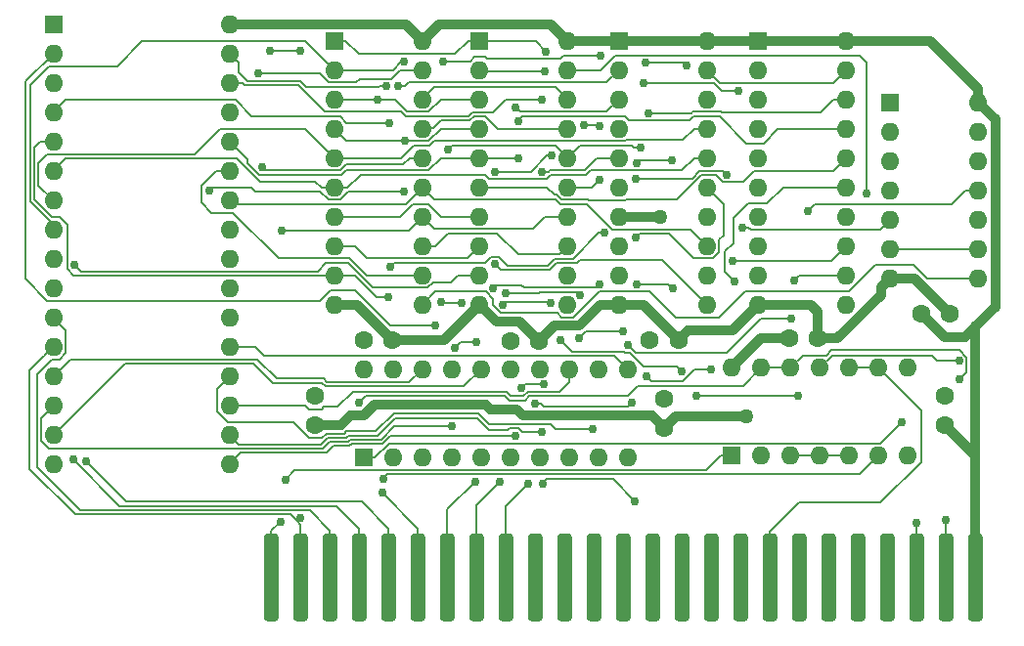
<source format=gbr>
G04 #@! TF.GenerationSoftware,KiCad,Pcbnew,(6.0.2-0)*
G04 #@! TF.CreationDate,2022-03-19T10:19:41-04:00*
G04 #@! TF.ProjectId,ProDOS ROM-Drive,50726f44-4f53-4205-924f-4d2d44726976,4.0*
G04 #@! TF.SameCoordinates,Original*
G04 #@! TF.FileFunction,Copper,L1,Top*
G04 #@! TF.FilePolarity,Positive*
%FSLAX46Y46*%
G04 Gerber Fmt 4.6, Leading zero omitted, Abs format (unit mm)*
G04 Created by KiCad (PCBNEW (6.0.2-0)) date 2022-03-19 10:19:41*
%MOMM*%
%LPD*%
G01*
G04 APERTURE LIST*
G04 #@! TA.AperFunction,ComponentPad*
%ADD10R,1.600000X1.600000*%
G04 #@! TD*
G04 #@! TA.AperFunction,ComponentPad*
%ADD11O,1.600000X1.600000*%
G04 #@! TD*
G04 #@! TA.AperFunction,ComponentPad*
%ADD12C,1.600000*%
G04 #@! TD*
G04 #@! TA.AperFunction,ViaPad*
%ADD13C,1.270000*%
G04 #@! TD*
G04 #@! TA.AperFunction,ViaPad*
%ADD14C,0.762000*%
G04 #@! TD*
G04 #@! TA.AperFunction,Conductor*
%ADD15C,0.812800*%
G04 #@! TD*
G04 #@! TA.AperFunction,Conductor*
%ADD16C,0.177800*%
G04 #@! TD*
G04 APERTURE END LIST*
D10*
X109336840Y-31818580D03*
D11*
X109336840Y-34358580D03*
X109336840Y-36898580D03*
X109336840Y-39438580D03*
X109336840Y-41978580D03*
X109336840Y-44518580D03*
X109336840Y-47058580D03*
X116956840Y-47058580D03*
X116956840Y-44518580D03*
X116956840Y-41978580D03*
X116956840Y-39438580D03*
X116956840Y-36898580D03*
X116956840Y-34358580D03*
X116956840Y-31818580D03*
D10*
X95620840Y-62425580D03*
D11*
X98160840Y-62425580D03*
X100700840Y-62425580D03*
X103240840Y-62425580D03*
X105780840Y-62425580D03*
X108320840Y-62425580D03*
X110860840Y-62425580D03*
X110860840Y-54805580D03*
X108320840Y-54805580D03*
X105780840Y-54805580D03*
X103240840Y-54805580D03*
X100700840Y-54805580D03*
X98160840Y-54805580D03*
X95620840Y-54805580D03*
D10*
X61203840Y-26484580D03*
D11*
X61203840Y-29024580D03*
X61203840Y-31564580D03*
X61203840Y-34104580D03*
X61203840Y-36644580D03*
X61203840Y-39184580D03*
X61203840Y-41724580D03*
X61203840Y-44264580D03*
X61203840Y-46804580D03*
X61203840Y-49344580D03*
X68823840Y-49344580D03*
X68823840Y-46804580D03*
X68823840Y-44264580D03*
X68823840Y-41724580D03*
X68823840Y-39184580D03*
X68823840Y-36644580D03*
X68823840Y-34104580D03*
X68823840Y-31564580D03*
X68823840Y-29024580D03*
X68823840Y-26484580D03*
D10*
X85841840Y-26484580D03*
D11*
X85841840Y-29024580D03*
X85841840Y-31564580D03*
X85841840Y-34104580D03*
X85841840Y-36644580D03*
X85841840Y-39184580D03*
X85841840Y-41724580D03*
X85841840Y-44264580D03*
X85841840Y-46804580D03*
X85841840Y-49344580D03*
X93461840Y-49344580D03*
X93461840Y-46804580D03*
X93461840Y-44264580D03*
X93461840Y-41724580D03*
X93461840Y-39184580D03*
X93461840Y-36644580D03*
X93461840Y-34104580D03*
X93461840Y-31564580D03*
X93461840Y-29024580D03*
X93461840Y-26484580D03*
D10*
X73776840Y-26484580D03*
D11*
X73776840Y-29024580D03*
X73776840Y-31564580D03*
X73776840Y-34104580D03*
X73776840Y-36644580D03*
X73776840Y-39184580D03*
X73776840Y-41724580D03*
X73776840Y-44264580D03*
X73776840Y-46804580D03*
X73776840Y-49344580D03*
X81396840Y-49344580D03*
X81396840Y-46804580D03*
X81396840Y-44264580D03*
X81396840Y-41724580D03*
X81396840Y-39184580D03*
X81396840Y-36644580D03*
X81396840Y-34104580D03*
X81396840Y-31564580D03*
X81396840Y-29024580D03*
X81396840Y-26484580D03*
D10*
X97906840Y-26484580D03*
D11*
X97906840Y-29024580D03*
X97906840Y-31564580D03*
X97906840Y-34104580D03*
X97906840Y-36644580D03*
X97906840Y-39184580D03*
X97906840Y-41724580D03*
X97906840Y-44264580D03*
X97906840Y-46804580D03*
X97906840Y-49344580D03*
X105526840Y-49344580D03*
X105526840Y-46804580D03*
X105526840Y-44264580D03*
X105526840Y-41724580D03*
X105526840Y-39184580D03*
X105526840Y-36644580D03*
X105526840Y-34104580D03*
X105526840Y-31564580D03*
X105526840Y-29024580D03*
X105526840Y-26484580D03*
G04 #@! TA.AperFunction,ConnectorPad*
G36*
G01*
X55107840Y-76459080D02*
X55107840Y-69474080D01*
G75*
G02*
X55425340Y-69156580I317500J0D01*
G01*
X56060340Y-69156580D01*
G75*
G02*
X56377840Y-69474080I0J-317500D01*
G01*
X56377840Y-76459080D01*
G75*
G02*
X56060340Y-76776580I-317500J0D01*
G01*
X55425340Y-76776580D01*
G75*
G02*
X55107840Y-76459080I0J317500D01*
G01*
G37*
G04 #@! TD.AperFunction*
G04 #@! TA.AperFunction,ConnectorPad*
G36*
G01*
X57647840Y-76459080D02*
X57647840Y-69474080D01*
G75*
G02*
X57965340Y-69156580I317500J0D01*
G01*
X58600340Y-69156580D01*
G75*
G02*
X58917840Y-69474080I0J-317500D01*
G01*
X58917840Y-76459080D01*
G75*
G02*
X58600340Y-76776580I-317500J0D01*
G01*
X57965340Y-76776580D01*
G75*
G02*
X57647840Y-76459080I0J317500D01*
G01*
G37*
G04 #@! TD.AperFunction*
G04 #@! TA.AperFunction,ConnectorPad*
G36*
G01*
X60187840Y-76459080D02*
X60187840Y-69474080D01*
G75*
G02*
X60505340Y-69156580I317500J0D01*
G01*
X61140340Y-69156580D01*
G75*
G02*
X61457840Y-69474080I0J-317500D01*
G01*
X61457840Y-76459080D01*
G75*
G02*
X61140340Y-76776580I-317500J0D01*
G01*
X60505340Y-76776580D01*
G75*
G02*
X60187840Y-76459080I0J317500D01*
G01*
G37*
G04 #@! TD.AperFunction*
G04 #@! TA.AperFunction,ConnectorPad*
G36*
G01*
X62727840Y-76459080D02*
X62727840Y-69474080D01*
G75*
G02*
X63045340Y-69156580I317500J0D01*
G01*
X63680340Y-69156580D01*
G75*
G02*
X63997840Y-69474080I0J-317500D01*
G01*
X63997840Y-76459080D01*
G75*
G02*
X63680340Y-76776580I-317500J0D01*
G01*
X63045340Y-76776580D01*
G75*
G02*
X62727840Y-76459080I0J317500D01*
G01*
G37*
G04 #@! TD.AperFunction*
G04 #@! TA.AperFunction,ConnectorPad*
G36*
G01*
X65267840Y-76459080D02*
X65267840Y-69474080D01*
G75*
G02*
X65585340Y-69156580I317500J0D01*
G01*
X66220340Y-69156580D01*
G75*
G02*
X66537840Y-69474080I0J-317500D01*
G01*
X66537840Y-76459080D01*
G75*
G02*
X66220340Y-76776580I-317500J0D01*
G01*
X65585340Y-76776580D01*
G75*
G02*
X65267840Y-76459080I0J317500D01*
G01*
G37*
G04 #@! TD.AperFunction*
G04 #@! TA.AperFunction,ConnectorPad*
G36*
G01*
X67807840Y-76459080D02*
X67807840Y-69474080D01*
G75*
G02*
X68125340Y-69156580I317500J0D01*
G01*
X68760340Y-69156580D01*
G75*
G02*
X69077840Y-69474080I0J-317500D01*
G01*
X69077840Y-76459080D01*
G75*
G02*
X68760340Y-76776580I-317500J0D01*
G01*
X68125340Y-76776580D01*
G75*
G02*
X67807840Y-76459080I0J317500D01*
G01*
G37*
G04 #@! TD.AperFunction*
G04 #@! TA.AperFunction,ConnectorPad*
G36*
G01*
X70347840Y-76459080D02*
X70347840Y-69474080D01*
G75*
G02*
X70665340Y-69156580I317500J0D01*
G01*
X71300340Y-69156580D01*
G75*
G02*
X71617840Y-69474080I0J-317500D01*
G01*
X71617840Y-76459080D01*
G75*
G02*
X71300340Y-76776580I-317500J0D01*
G01*
X70665340Y-76776580D01*
G75*
G02*
X70347840Y-76459080I0J317500D01*
G01*
G37*
G04 #@! TD.AperFunction*
G04 #@! TA.AperFunction,ConnectorPad*
G36*
G01*
X72887840Y-76459080D02*
X72887840Y-69474080D01*
G75*
G02*
X73205340Y-69156580I317500J0D01*
G01*
X73840340Y-69156580D01*
G75*
G02*
X74157840Y-69474080I0J-317500D01*
G01*
X74157840Y-76459080D01*
G75*
G02*
X73840340Y-76776580I-317500J0D01*
G01*
X73205340Y-76776580D01*
G75*
G02*
X72887840Y-76459080I0J317500D01*
G01*
G37*
G04 #@! TD.AperFunction*
G04 #@! TA.AperFunction,ConnectorPad*
G36*
G01*
X75427840Y-76459080D02*
X75427840Y-69474080D01*
G75*
G02*
X75745340Y-69156580I317500J0D01*
G01*
X76380340Y-69156580D01*
G75*
G02*
X76697840Y-69474080I0J-317500D01*
G01*
X76697840Y-76459080D01*
G75*
G02*
X76380340Y-76776580I-317500J0D01*
G01*
X75745340Y-76776580D01*
G75*
G02*
X75427840Y-76459080I0J317500D01*
G01*
G37*
G04 #@! TD.AperFunction*
G04 #@! TA.AperFunction,ConnectorPad*
G36*
G01*
X77967840Y-76459080D02*
X77967840Y-69474080D01*
G75*
G02*
X78285340Y-69156580I317500J0D01*
G01*
X78920340Y-69156580D01*
G75*
G02*
X79237840Y-69474080I0J-317500D01*
G01*
X79237840Y-76459080D01*
G75*
G02*
X78920340Y-76776580I-317500J0D01*
G01*
X78285340Y-76776580D01*
G75*
G02*
X77967840Y-76459080I0J317500D01*
G01*
G37*
G04 #@! TD.AperFunction*
G04 #@! TA.AperFunction,ConnectorPad*
G36*
G01*
X80507840Y-76459080D02*
X80507840Y-69474080D01*
G75*
G02*
X80825340Y-69156580I317500J0D01*
G01*
X81460340Y-69156580D01*
G75*
G02*
X81777840Y-69474080I0J-317500D01*
G01*
X81777840Y-76459080D01*
G75*
G02*
X81460340Y-76776580I-317500J0D01*
G01*
X80825340Y-76776580D01*
G75*
G02*
X80507840Y-76459080I0J317500D01*
G01*
G37*
G04 #@! TD.AperFunction*
G04 #@! TA.AperFunction,ConnectorPad*
G36*
G01*
X83047840Y-76459080D02*
X83047840Y-69474080D01*
G75*
G02*
X83365340Y-69156580I317500J0D01*
G01*
X84000340Y-69156580D01*
G75*
G02*
X84317840Y-69474080I0J-317500D01*
G01*
X84317840Y-76459080D01*
G75*
G02*
X84000340Y-76776580I-317500J0D01*
G01*
X83365340Y-76776580D01*
G75*
G02*
X83047840Y-76459080I0J317500D01*
G01*
G37*
G04 #@! TD.AperFunction*
G04 #@! TA.AperFunction,ConnectorPad*
G36*
G01*
X85587840Y-76459080D02*
X85587840Y-69474080D01*
G75*
G02*
X85905340Y-69156580I317500J0D01*
G01*
X86540340Y-69156580D01*
G75*
G02*
X86857840Y-69474080I0J-317500D01*
G01*
X86857840Y-76459080D01*
G75*
G02*
X86540340Y-76776580I-317500J0D01*
G01*
X85905340Y-76776580D01*
G75*
G02*
X85587840Y-76459080I0J317500D01*
G01*
G37*
G04 #@! TD.AperFunction*
G04 #@! TA.AperFunction,ConnectorPad*
G36*
G01*
X88127840Y-76459080D02*
X88127840Y-69474080D01*
G75*
G02*
X88445340Y-69156580I317500J0D01*
G01*
X89080340Y-69156580D01*
G75*
G02*
X89397840Y-69474080I0J-317500D01*
G01*
X89397840Y-76459080D01*
G75*
G02*
X89080340Y-76776580I-317500J0D01*
G01*
X88445340Y-76776580D01*
G75*
G02*
X88127840Y-76459080I0J317500D01*
G01*
G37*
G04 #@! TD.AperFunction*
G04 #@! TA.AperFunction,ConnectorPad*
G36*
G01*
X90667840Y-76459080D02*
X90667840Y-69474080D01*
G75*
G02*
X90985340Y-69156580I317500J0D01*
G01*
X91620340Y-69156580D01*
G75*
G02*
X91937840Y-69474080I0J-317500D01*
G01*
X91937840Y-76459080D01*
G75*
G02*
X91620340Y-76776580I-317500J0D01*
G01*
X90985340Y-76776580D01*
G75*
G02*
X90667840Y-76459080I0J317500D01*
G01*
G37*
G04 #@! TD.AperFunction*
G04 #@! TA.AperFunction,ConnectorPad*
G36*
G01*
X93207840Y-76459080D02*
X93207840Y-69474080D01*
G75*
G02*
X93525340Y-69156580I317500J0D01*
G01*
X94160340Y-69156580D01*
G75*
G02*
X94477840Y-69474080I0J-317500D01*
G01*
X94477840Y-76459080D01*
G75*
G02*
X94160340Y-76776580I-317500J0D01*
G01*
X93525340Y-76776580D01*
G75*
G02*
X93207840Y-76459080I0J317500D01*
G01*
G37*
G04 #@! TD.AperFunction*
G04 #@! TA.AperFunction,ConnectorPad*
G36*
G01*
X95747840Y-76459080D02*
X95747840Y-69474080D01*
G75*
G02*
X96065340Y-69156580I317500J0D01*
G01*
X96700340Y-69156580D01*
G75*
G02*
X97017840Y-69474080I0J-317500D01*
G01*
X97017840Y-76459080D01*
G75*
G02*
X96700340Y-76776580I-317500J0D01*
G01*
X96065340Y-76776580D01*
G75*
G02*
X95747840Y-76459080I0J317500D01*
G01*
G37*
G04 #@! TD.AperFunction*
G04 #@! TA.AperFunction,ConnectorPad*
G36*
G01*
X98287840Y-76459080D02*
X98287840Y-69474080D01*
G75*
G02*
X98605340Y-69156580I317500J0D01*
G01*
X99240340Y-69156580D01*
G75*
G02*
X99557840Y-69474080I0J-317500D01*
G01*
X99557840Y-76459080D01*
G75*
G02*
X99240340Y-76776580I-317500J0D01*
G01*
X98605340Y-76776580D01*
G75*
G02*
X98287840Y-76459080I0J317500D01*
G01*
G37*
G04 #@! TD.AperFunction*
G04 #@! TA.AperFunction,ConnectorPad*
G36*
G01*
X100827840Y-76459080D02*
X100827840Y-69474080D01*
G75*
G02*
X101145340Y-69156580I317500J0D01*
G01*
X101780340Y-69156580D01*
G75*
G02*
X102097840Y-69474080I0J-317500D01*
G01*
X102097840Y-76459080D01*
G75*
G02*
X101780340Y-76776580I-317500J0D01*
G01*
X101145340Y-76776580D01*
G75*
G02*
X100827840Y-76459080I0J317500D01*
G01*
G37*
G04 #@! TD.AperFunction*
G04 #@! TA.AperFunction,ConnectorPad*
G36*
G01*
X103367840Y-76459080D02*
X103367840Y-69474080D01*
G75*
G02*
X103685340Y-69156580I317500J0D01*
G01*
X104320340Y-69156580D01*
G75*
G02*
X104637840Y-69474080I0J-317500D01*
G01*
X104637840Y-76459080D01*
G75*
G02*
X104320340Y-76776580I-317500J0D01*
G01*
X103685340Y-76776580D01*
G75*
G02*
X103367840Y-76459080I0J317500D01*
G01*
G37*
G04 #@! TD.AperFunction*
G04 #@! TA.AperFunction,ConnectorPad*
G36*
G01*
X105907840Y-76459080D02*
X105907840Y-69474080D01*
G75*
G02*
X106225340Y-69156580I317500J0D01*
G01*
X106860340Y-69156580D01*
G75*
G02*
X107177840Y-69474080I0J-317500D01*
G01*
X107177840Y-76459080D01*
G75*
G02*
X106860340Y-76776580I-317500J0D01*
G01*
X106225340Y-76776580D01*
G75*
G02*
X105907840Y-76459080I0J317500D01*
G01*
G37*
G04 #@! TD.AperFunction*
G04 #@! TA.AperFunction,ConnectorPad*
G36*
G01*
X108447840Y-76459080D02*
X108447840Y-69474080D01*
G75*
G02*
X108765340Y-69156580I317500J0D01*
G01*
X109400340Y-69156580D01*
G75*
G02*
X109717840Y-69474080I0J-317500D01*
G01*
X109717840Y-76459080D01*
G75*
G02*
X109400340Y-76776580I-317500J0D01*
G01*
X108765340Y-76776580D01*
G75*
G02*
X108447840Y-76459080I0J317500D01*
G01*
G37*
G04 #@! TD.AperFunction*
G04 #@! TA.AperFunction,ConnectorPad*
G36*
G01*
X110987840Y-76459080D02*
X110987840Y-69474080D01*
G75*
G02*
X111305340Y-69156580I317500J0D01*
G01*
X111940340Y-69156580D01*
G75*
G02*
X112257840Y-69474080I0J-317500D01*
G01*
X112257840Y-76459080D01*
G75*
G02*
X111940340Y-76776580I-317500J0D01*
G01*
X111305340Y-76776580D01*
G75*
G02*
X110987840Y-76459080I0J317500D01*
G01*
G37*
G04 #@! TD.AperFunction*
G04 #@! TA.AperFunction,ConnectorPad*
G36*
G01*
X113527840Y-76459080D02*
X113527840Y-69474080D01*
G75*
G02*
X113845340Y-69156580I317500J0D01*
G01*
X114480340Y-69156580D01*
G75*
G02*
X114797840Y-69474080I0J-317500D01*
G01*
X114797840Y-76459080D01*
G75*
G02*
X114480340Y-76776580I-317500J0D01*
G01*
X113845340Y-76776580D01*
G75*
G02*
X113527840Y-76459080I0J317500D01*
G01*
G37*
G04 #@! TD.AperFunction*
G04 #@! TA.AperFunction,ConnectorPad*
G36*
G01*
X116067840Y-76459080D02*
X116067840Y-69474080D01*
G75*
G02*
X116385340Y-69156580I317500J0D01*
G01*
X117020340Y-69156580D01*
G75*
G02*
X117337840Y-69474080I0J-317500D01*
G01*
X117337840Y-76459080D01*
G75*
G02*
X117020340Y-76776580I-317500J0D01*
G01*
X116385340Y-76776580D01*
G75*
G02*
X116067840Y-76459080I0J317500D01*
G01*
G37*
G04 #@! TD.AperFunction*
D10*
X36873180Y-25057100D03*
D11*
X36873180Y-27597100D03*
X36873180Y-30137100D03*
X36873180Y-32677100D03*
X36873180Y-35217100D03*
X36873180Y-37757100D03*
X36873180Y-40297100D03*
X36873180Y-42837100D03*
X36873180Y-45377100D03*
X36873180Y-47917100D03*
X36873180Y-50457100D03*
X36873180Y-52997100D03*
X36873180Y-55537100D03*
X36873180Y-58077100D03*
X36873180Y-60617100D03*
X36873180Y-63157100D03*
X52113180Y-63157100D03*
X52113180Y-60617100D03*
X52113180Y-58077100D03*
X52113180Y-55537100D03*
X52113180Y-52997100D03*
X52113180Y-50457100D03*
X52113180Y-47917100D03*
X52113180Y-45377100D03*
X52113180Y-42837100D03*
X52113180Y-40297100D03*
X52113180Y-37757100D03*
X52113180Y-35217100D03*
X52113180Y-32677100D03*
X52113180Y-30137100D03*
X52113180Y-27597100D03*
X52113180Y-25057100D03*
D10*
X63743840Y-62552580D03*
D11*
X66283840Y-62552580D03*
X68823840Y-62552580D03*
X71363840Y-62552580D03*
X73903840Y-62552580D03*
X76443840Y-62552580D03*
X78983840Y-62552580D03*
X81523840Y-62552580D03*
X84063840Y-62552580D03*
X86603840Y-62552580D03*
X86603840Y-54932580D03*
X84063840Y-54932580D03*
X81523840Y-54932580D03*
X78983840Y-54932580D03*
X76443840Y-54932580D03*
X73903840Y-54932580D03*
X71363840Y-54932580D03*
X68823840Y-54932580D03*
X66283840Y-54932580D03*
X63743840Y-54932580D03*
D12*
X59552840Y-59758580D03*
X59552840Y-57258580D03*
X114035840Y-59758580D03*
X114035840Y-57258580D03*
X89778840Y-60012580D03*
X89778840Y-57512580D03*
X100573840Y-52265580D03*
X103073840Y-52265580D03*
X88508840Y-52392580D03*
X91008840Y-52392580D03*
X76443840Y-52519580D03*
X78943840Y-52519580D03*
X63743840Y-52392580D03*
X66243840Y-52392580D03*
X112003840Y-50106580D03*
X114503840Y-50106580D03*
D13*
X96850200Y-59055000D03*
X89397841Y-41772841D03*
D14*
X110327440Y-59489340D03*
X83593851Y-60142120D03*
X56642000Y-42926000D03*
X79138780Y-60396120D03*
X76869504Y-60711179D03*
X67276980Y-35171281D03*
X71363840Y-59850020D03*
X64955387Y-31597633D03*
X65407022Y-64449040D03*
X55656480Y-27348180D03*
X107269280Y-39672260D03*
X58260178Y-27348180D03*
X92567760Y-57269380D03*
X75816936Y-49361884D03*
X80761840Y-52392580D03*
X79885459Y-49202259D03*
X91267280Y-55087520D03*
X73510140Y-52595780D03*
X69898260Y-51168300D03*
X101346000Y-57269380D03*
X71594980Y-53106320D03*
X38722300Y-45897800D03*
X88254840Y-55567580D03*
X93842840Y-54932580D03*
X82504271Y-48518981D03*
X95874840Y-47312580D03*
X76062840Y-48328580D03*
X86184740Y-51630580D03*
X82415034Y-52214354D03*
X79456280Y-29164280D03*
X65966834Y-33578800D03*
X88356440Y-32727900D03*
X66014600Y-46075600D03*
X65836800Y-48666400D03*
X84609861Y-43129200D03*
X87325200Y-43489969D03*
X84246720Y-27810460D03*
X67259200Y-28275181D03*
X70601840Y-28275181D03*
X88171020Y-28397200D03*
X91732100Y-28580080D03*
X39666704Y-62908656D03*
X38574980Y-62732920D03*
X58262520Y-67795140D03*
X115354100Y-55803800D03*
X63350140Y-57823100D03*
X82806540Y-33764220D03*
X90451940Y-36819840D03*
X87350600Y-37068760D03*
X79985517Y-36423600D03*
X84155280Y-33850580D03*
X54978300Y-37431980D03*
X75092560Y-37810441D03*
X54592220Y-29319220D03*
X75107800Y-45844460D03*
X84155279Y-47553979D03*
X72229980Y-49171860D03*
X87350600Y-47553979D03*
X74962583Y-47940575D03*
X90525600Y-47955200D03*
X70408800Y-49110900D03*
X77091439Y-33456880D03*
X77091439Y-36621720D03*
X67193160Y-39560500D03*
X50370740Y-39479220D03*
X87299800Y-38404800D03*
X84155279Y-38506400D03*
X95676720Y-45593000D03*
X79202280Y-31579820D03*
X95176241Y-38072070D03*
X100965000Y-47244000D03*
X100787200Y-50571400D03*
X71038720Y-35930840D03*
X65659000Y-30426660D03*
X86616540Y-52862480D03*
X87680800Y-35747960D03*
X56962040Y-64495581D03*
X56535320Y-68160900D03*
X79537560Y-27401520D03*
X96527620Y-42682160D03*
X96144080Y-30815181D03*
X87972900Y-30114240D03*
X87238840Y-66362580D03*
X79224346Y-64825086D03*
X102224840Y-41216580D03*
X65376266Y-65655666D03*
X66753740Y-30429200D03*
X76890880Y-32232600D03*
X73362820Y-64698791D03*
X75519280Y-64698791D03*
X86939120Y-57856120D03*
X78552040Y-57917181D03*
X77995780Y-64833500D03*
X77342220Y-56580232D03*
X79174239Y-37810440D03*
X79364840Y-56243220D03*
X111622840Y-68267580D03*
X114162840Y-68013580D03*
X115277900Y-54211220D03*
D15*
X89349580Y-41724580D02*
X89397841Y-41772841D01*
X116702840Y-62425580D02*
X116702840Y-51249580D01*
X52504241Y-25024179D02*
X52186840Y-25341580D01*
X89778840Y-60012580D02*
X88724841Y-58958581D01*
X79936439Y-25024179D02*
X70284241Y-25024179D01*
X116956840Y-31818580D02*
X116956840Y-30687210D01*
X116702840Y-72966580D02*
X116702840Y-62425580D01*
X85841840Y-26484580D02*
X81396840Y-26484580D01*
X93461840Y-26484580D02*
X85841840Y-26484580D01*
X77561541Y-58958581D02*
X77002640Y-58399680D01*
X64695724Y-58018790D02*
X63755933Y-58958581D01*
X116702840Y-51249580D02*
X118417241Y-49535179D01*
X98160840Y-52265580D02*
X95620840Y-54805580D01*
X116956840Y-30687210D02*
X112754210Y-26484580D01*
X85841840Y-41724580D02*
X89349580Y-41724580D01*
X100573840Y-52265580D02*
X98160840Y-52265580D01*
X74300190Y-58018790D02*
X64695724Y-58018790D01*
X61765180Y-59758580D02*
X59552840Y-59758580D01*
X115813840Y-52138580D02*
X114035840Y-52138580D01*
X67363439Y-25024179D02*
X52504241Y-25024179D01*
X62565179Y-58958581D02*
X61765180Y-59758580D01*
X88724841Y-58958581D02*
X77561541Y-58958581D01*
X70284241Y-25024179D02*
X68823840Y-26484580D01*
X63755933Y-58958581D02*
X62565179Y-58958581D01*
X118417241Y-49535179D02*
X118417241Y-33278981D01*
X74681080Y-58399680D02*
X74300190Y-58018790D01*
X105526840Y-26484580D02*
X97906840Y-26484580D01*
X118417241Y-33278981D02*
X116956840Y-31818580D01*
X116702840Y-62425580D02*
X114035840Y-59758580D01*
X96850200Y-59055000D02*
X90736420Y-59055000D01*
X77002640Y-58399680D02*
X74681080Y-58399680D01*
X90736420Y-59055000D02*
X89778840Y-60012580D01*
X112754210Y-26484580D02*
X105526840Y-26484580D01*
X116702840Y-51249580D02*
X115813840Y-52138580D01*
X68823840Y-26484580D02*
X67363439Y-25024179D01*
X114035840Y-52138580D02*
X112003840Y-50106580D01*
X97906840Y-26484580D02*
X93461840Y-26484580D01*
X81396840Y-26484580D02*
X79936439Y-25024179D01*
X97906840Y-49344580D02*
X102430580Y-49344580D01*
X77231240Y-50806980D02*
X78943840Y-52519580D01*
X66243840Y-52392580D02*
X70728840Y-52392580D01*
X66243840Y-52392580D02*
X63195840Y-49344580D01*
X111455840Y-47058580D02*
X114503840Y-50106580D01*
X91008840Y-52392580D02*
X91808839Y-51592581D01*
X77231240Y-50806980D02*
X75239240Y-50806980D01*
X104767234Y-52265580D02*
X108536841Y-48495973D01*
X103073840Y-52265580D02*
X104767234Y-52265580D01*
X82384890Y-51173390D02*
X84213700Y-49344580D01*
X109336840Y-47058580D02*
X111455840Y-47058580D01*
X63195840Y-49344580D02*
X61203840Y-49344580D01*
X102430580Y-49344580D02*
X103073840Y-49987840D01*
X75239240Y-50806980D02*
X73776840Y-49344580D01*
X95658839Y-51592581D02*
X97906840Y-49344580D01*
X84213700Y-49344580D02*
X85841840Y-49344580D01*
X108536841Y-48495973D02*
X108536841Y-47858579D01*
X103073840Y-49987840D02*
X103073840Y-52265580D01*
X108536841Y-47858579D02*
X109336840Y-47058580D01*
X70728840Y-52392580D02*
X73776840Y-49344580D01*
X91808839Y-51592581D02*
X95658839Y-51592581D01*
X82384890Y-51173390D02*
X80290030Y-51173390D01*
X85841840Y-49344580D02*
X87960840Y-49344580D01*
X87960840Y-49344580D02*
X91008840Y-52392580D01*
X80290030Y-51173390D02*
X78943840Y-52519580D01*
D16*
X63743840Y-62552580D02*
X64721640Y-62552580D01*
X65915341Y-61358879D02*
X108457901Y-61358879D01*
X64721640Y-62552580D02*
X65915341Y-61358879D01*
X108457901Y-61358879D02*
X110327440Y-59489340D01*
X81396840Y-31564580D02*
X80330139Y-30497879D01*
X54317900Y-52997100D02*
X52113180Y-52997100D01*
X86603840Y-54932580D02*
X85460939Y-53789679D01*
X55110479Y-53789679D02*
X54317900Y-52997100D01*
X69890541Y-30497879D02*
X68823840Y-31564580D01*
X85460939Y-53789679D02*
X55110479Y-53789679D01*
X80330139Y-30497879D02*
X69890541Y-30497879D01*
X70429111Y-33383229D02*
X69761100Y-34051240D01*
X77304900Y-59707891D02*
X79917149Y-59707891D01*
X74288857Y-33037879D02*
X73283981Y-33037879D01*
X73283981Y-33037879D02*
X72938631Y-33383229D01*
X79917149Y-59707891D02*
X80351378Y-60142120D01*
X80351378Y-60142120D02*
X83593851Y-60142120D01*
X51046479Y-56603801D02*
X51046479Y-58589117D01*
X64800492Y-60319920D02*
X66342272Y-58778140D01*
X62075554Y-60507890D02*
X62263524Y-60319920D01*
X72938631Y-33383229D02*
X70429111Y-33383229D01*
X52113180Y-55537100D02*
X51046479Y-56603801D01*
X68877180Y-34051240D02*
X68823840Y-34104580D01*
X60495024Y-60507890D02*
X62075554Y-60507890D01*
X60101433Y-60901481D02*
X60495024Y-60507890D01*
X66342272Y-58778140D02*
X73693020Y-58778140D01*
X75355558Y-34104580D02*
X74288857Y-33037879D01*
X62263524Y-60319920D02*
X64800492Y-60319920D01*
X57653165Y-59550399D02*
X59004247Y-60901481D01*
X81396840Y-34104580D02*
X75355558Y-34104580D01*
X59004247Y-60901481D02*
X60101433Y-60901481D01*
X51046479Y-58589117D02*
X52007761Y-59550399D01*
X52007761Y-59550399D02*
X57653165Y-59550399D01*
X69761100Y-34051240D02*
X68877180Y-34051240D01*
X77304877Y-59707868D02*
X77304900Y-59707891D01*
X76103392Y-59707868D02*
X77304877Y-59707868D01*
X74622771Y-59707891D02*
X76103369Y-59707891D01*
X73693020Y-58778140D02*
X74622771Y-59707891D01*
X76103369Y-59707891D02*
X76103392Y-59707868D01*
X68823840Y-41724580D02*
X69890541Y-42791281D01*
X77563980Y-57274460D02*
X77947520Y-56890920D01*
X81523840Y-56063950D02*
X81523840Y-54932580D01*
X58679866Y-58077100D02*
X59022766Y-58420000D01*
X76469228Y-57274460D02*
X77563980Y-57274460D01*
X77947520Y-56890920D02*
X80696870Y-56890920D01*
X61468000Y-58209180D02*
X62786260Y-56890920D01*
X78359099Y-42791281D02*
X79395320Y-41755060D01*
X52113180Y-58077100D02*
X58679866Y-58077100D01*
X79395320Y-41755060D02*
X79667100Y-41755060D01*
X67622420Y-42926000D02*
X56642000Y-42926000D01*
X81366360Y-41755060D02*
X81396840Y-41724580D01*
X60082914Y-58420000D02*
X60293734Y-58209180D01*
X60293734Y-58209180D02*
X61468000Y-58209180D01*
X69890541Y-42791281D02*
X78359099Y-42791281D01*
X79667100Y-41755060D02*
X81366360Y-41755060D01*
X76085688Y-56890920D02*
X76469228Y-57274460D01*
X62786260Y-56890920D02*
X76085688Y-56890920D01*
X68823840Y-41724580D02*
X67622420Y-42926000D01*
X80696870Y-56890920D02*
X81523840Y-56063950D01*
X59022766Y-58420000D02*
X60082914Y-58420000D01*
X53654960Y-61452760D02*
X52948840Y-61452760D01*
X74620132Y-60208160D02*
X76235560Y-60208160D01*
X62689728Y-60678048D02*
X64945272Y-60678048D01*
X77091439Y-44993560D02*
X80667860Y-44993560D01*
X75295758Y-43197879D02*
X71021911Y-43197879D01*
X62222853Y-60863499D02*
X62410822Y-60675530D01*
X62687210Y-60675530D02*
X62689728Y-60678048D01*
X53654960Y-61452760D02*
X60053062Y-61452760D01*
X60053062Y-61452760D02*
X60642322Y-60863500D01*
X52948840Y-61452760D02*
X52113180Y-60617100D01*
X64945272Y-60678048D02*
X66421000Y-59202320D01*
X68823840Y-44264580D02*
X69955210Y-44264580D01*
X66421000Y-59202320D02*
X73614292Y-59202320D01*
X73614292Y-59202320D02*
X74620132Y-60208160D01*
X69955210Y-44264580D02*
X71021911Y-43197879D01*
X76235560Y-60208160D02*
X76380242Y-60063478D01*
X80667860Y-44993560D02*
X81396840Y-44264580D01*
X62410822Y-60675530D02*
X62687210Y-60675530D01*
X77091439Y-44993560D02*
X75295758Y-43197879D01*
X77478638Y-60396120D02*
X79138780Y-60396120D01*
X77145996Y-60063478D02*
X77478638Y-60396120D01*
X76380242Y-60063478D02*
X77145996Y-60063478D01*
X60642322Y-60863500D02*
X62222853Y-60863499D01*
X61165702Y-61574718D02*
X60576442Y-62163978D01*
X66060133Y-60711179D02*
X65382044Y-61389268D01*
X64048541Y-45331281D02*
X62981840Y-44264580D01*
X76869504Y-60711179D02*
X66060133Y-60711179D01*
X60576442Y-62163978D02*
X53106302Y-62163978D01*
X62517451Y-61574717D02*
X61165702Y-61574718D01*
X73776840Y-44264580D02*
X72710139Y-45331281D01*
X72710139Y-45331281D02*
X64048541Y-45331281D01*
X62702900Y-61389268D02*
X62517451Y-61574717D01*
X65382044Y-61389268D02*
X62702900Y-61389268D01*
X53106302Y-62163978D02*
X52113180Y-63157100D01*
X62981840Y-44264580D02*
X61203840Y-44264580D01*
X55880000Y-56115679D02*
X60101433Y-56115679D01*
X60101433Y-56115679D02*
X60416845Y-56431091D01*
X67960240Y-40657879D02*
X66890999Y-41727120D01*
X72405329Y-56431091D02*
X73903840Y-54932580D01*
X36873180Y-60617100D02*
X43063150Y-54427130D01*
X69359879Y-40657879D02*
X67960240Y-40657879D01*
X66890999Y-41727120D02*
X62337750Y-41727120D01*
X73776840Y-41724580D02*
X70426580Y-41724580D01*
X60416845Y-56431091D02*
X72405329Y-56431091D01*
X43063150Y-54427130D02*
X54191451Y-54427130D01*
X62337750Y-41727120D02*
X62335210Y-41724580D01*
X62335210Y-41724580D02*
X61203840Y-41724580D01*
X70426580Y-41724580D02*
X69359879Y-40657879D01*
X54191451Y-54427130D02*
X55880000Y-56115679D01*
X35806479Y-59143801D02*
X35806479Y-61129117D01*
X69335857Y-35171281D02*
X67276980Y-35171281D01*
X35806479Y-61129117D02*
X36485732Y-61808370D01*
X73776840Y-34104580D02*
X70402558Y-34104580D01*
X62555602Y-61033658D02*
X65234746Y-61033658D01*
X36485732Y-61808370D02*
X60200361Y-61808369D01*
X70402558Y-34104580D02*
X69335857Y-35171281D01*
X36873180Y-58077100D02*
X35806479Y-59143801D01*
X67276980Y-35171281D02*
X62270541Y-35171281D01*
X66418384Y-59850020D02*
X71363840Y-59850020D01*
X62370152Y-61219108D02*
X62555602Y-61033658D01*
X60789622Y-61219108D02*
X62370152Y-61219108D01*
X65234746Y-61033658D02*
X66418384Y-59850020D01*
X60200361Y-61808369D02*
X60789622Y-61219108D01*
X62270541Y-35171281D02*
X61203840Y-34104580D01*
X64955387Y-31597633D02*
X66443893Y-31597633D01*
X70402558Y-31564580D02*
X73776840Y-31564580D01*
X67477541Y-32631281D02*
X69335857Y-32631281D01*
X69335857Y-32631281D02*
X70402558Y-31564580D01*
X60241662Y-55753000D02*
X56217721Y-55753000D01*
X54536241Y-54071520D02*
X38338760Y-54071520D01*
X68823840Y-54932580D02*
X67680939Y-56075481D01*
X38338760Y-54071520D02*
X36873180Y-55537100D01*
X66443893Y-31597633D02*
X67477541Y-32631281D01*
X64955387Y-31597633D02*
X61236893Y-31597633D01*
X60564143Y-56075481D02*
X60241662Y-55753000D01*
X56217721Y-55753000D02*
X54536241Y-54071520D01*
X67680939Y-56075481D02*
X60564143Y-56075481D01*
X61236893Y-31597633D02*
X61203840Y-31564580D01*
X65804971Y-64051091D02*
X106695329Y-64051091D01*
X65407022Y-64449040D02*
X65804971Y-64051091D01*
X106695329Y-64051091D02*
X108320840Y-62425580D01*
X55656480Y-27348180D02*
X58260178Y-27348180D01*
X107276900Y-28387040D02*
X106639360Y-27749500D01*
X81396840Y-29024580D02*
X84263122Y-29024580D01*
X107276900Y-28387040D02*
X107276900Y-39664640D01*
X107276900Y-39664640D02*
X107269280Y-39672260D01*
X85538202Y-27749500D02*
X106639360Y-27749500D01*
X84263122Y-29024580D02*
X85538202Y-27749500D01*
X86273728Y-53434069D02*
X81803329Y-53434069D01*
X66079244Y-51168300D02*
X69898260Y-51168300D01*
X90886281Y-54706521D02*
X87956499Y-54706521D01*
X72105520Y-52595780D02*
X71594980Y-53106320D01*
X75816936Y-49361884D02*
X76075540Y-49103280D01*
X34457640Y-30012640D02*
X34457640Y-47080278D01*
X87956499Y-54706521D02*
X86760159Y-53510181D01*
X60855860Y-48054260D02*
X62965204Y-48054260D01*
X91267280Y-55087520D02*
X90886281Y-54706521D01*
X101346000Y-57269380D02*
X92567760Y-57269380D01*
X81803329Y-53434069D02*
X80761840Y-52392580D01*
X36873180Y-27597100D02*
X34457640Y-30012640D01*
X59926319Y-48983801D02*
X36361163Y-48983801D01*
X73510140Y-52595780D02*
X72105520Y-52595780D01*
X86760159Y-53510181D02*
X86349840Y-53510181D01*
X86349840Y-53510181D02*
X86273728Y-53434069D01*
X36361163Y-48983801D02*
X34457640Y-47080278D01*
X62965204Y-48054260D02*
X66079244Y-51168300D01*
X79786480Y-49103280D02*
X79885459Y-49202259D01*
X76075540Y-49103280D02*
X79786480Y-49103280D01*
X60855860Y-48054260D02*
X59926319Y-48983801D01*
X76062840Y-48328580D02*
X78869459Y-48328580D01*
X92380818Y-54932580D02*
X91364819Y-55948579D01*
X91364819Y-55948579D02*
X88635839Y-55948579D01*
X82998808Y-51630580D02*
X86184740Y-51630580D01*
X69291323Y-47871281D02*
X69734202Y-47428402D01*
X78869459Y-48328580D02*
X78920160Y-48277879D01*
X59746078Y-46443801D02*
X60452000Y-45737879D01*
X97017840Y-40581679D02*
X95747840Y-41851679D01*
X95029019Y-46466759D02*
X95874840Y-47312580D01*
X78920160Y-48277879D02*
X82263169Y-48277879D01*
X82415034Y-52214354D02*
X82998808Y-51630580D01*
X71870822Y-46804580D02*
X73776840Y-46804580D01*
X71247000Y-47428402D02*
X71870822Y-46804580D01*
X95747840Y-44010580D02*
X95029019Y-44729401D01*
X39268301Y-46443801D02*
X59746078Y-46443801D01*
X100065840Y-39184580D02*
X98668741Y-40581679D01*
X69734202Y-47428402D02*
X71247000Y-47428402D01*
X62423139Y-45737879D02*
X64556541Y-47871281D01*
X60452000Y-45737879D02*
X62423139Y-45737879D01*
X82263169Y-48277879D02*
X82504271Y-48518981D01*
X95029019Y-44729401D02*
X95029019Y-46466759D01*
X98668741Y-40581679D02*
X97017840Y-40581679D01*
X105526840Y-39184580D02*
X100065840Y-39184580D01*
X93842840Y-54932580D02*
X92380818Y-54932580D01*
X38722300Y-45897800D02*
X39268301Y-46443801D01*
X64556541Y-47871281D02*
X69291323Y-47871281D01*
X95747840Y-41851679D02*
X95747840Y-44010580D01*
X88635839Y-55948579D02*
X88254840Y-55567580D01*
X92181581Y-32631281D02*
X92084962Y-32727900D01*
X103252569Y-32707481D02*
X94703801Y-32707481D01*
X73916540Y-29164280D02*
X73776840Y-29024580D01*
X79456280Y-29164280D02*
X73916540Y-29164280D01*
X94703801Y-32707481D02*
X94627601Y-32631281D01*
X94627601Y-32631281D02*
X92181581Y-32631281D01*
X104395470Y-31564580D02*
X103252569Y-32707481D01*
X92084962Y-32727900D02*
X88356440Y-32727900D01*
X54052677Y-33037879D02*
X52625197Y-31610399D01*
X52625197Y-31610399D02*
X37939881Y-31610399D01*
X37939881Y-31610399D02*
X36873180Y-32677100D01*
X61715857Y-33037879D02*
X54052677Y-33037879D01*
X62256778Y-33578800D02*
X61715857Y-33037879D01*
X105526840Y-31564580D02*
X104395470Y-31564580D01*
X65966834Y-33578800D02*
X62256778Y-33578800D01*
X93973857Y-45331281D02*
X94528541Y-44776597D01*
X87617290Y-43197879D02*
X87325200Y-43489969D01*
X94884151Y-40606891D02*
X93461840Y-39184580D01*
X38074599Y-42396115D02*
X37448883Y-41770399D01*
X38074599Y-46263658D02*
X38074599Y-42396115D01*
X58287831Y-46799411D02*
X38610352Y-46799411D01*
X74796903Y-45196759D02*
X74255783Y-45737879D01*
X58293000Y-46804580D02*
X58287831Y-46799411D01*
X37448883Y-41770399D02*
X36767761Y-41770399D01*
X94884151Y-43345177D02*
X94884151Y-40606891D01*
X80258941Y-45369471D02*
X79670345Y-45958067D01*
X79670345Y-45958067D02*
X76180005Y-45958067D01*
X94528541Y-44776597D02*
X94528541Y-43700787D01*
X84071046Y-43129200D02*
X81830775Y-45369471D01*
X36767761Y-41770399D02*
X35218570Y-40221208D01*
X81830775Y-45369471D02*
X80258941Y-45369471D01*
X35741810Y-35217100D02*
X36873180Y-35217100D01*
X62986932Y-46804580D02*
X61203840Y-46804580D01*
X74255783Y-45737879D02*
X66352321Y-45737879D01*
X84609861Y-43129200D02*
X84071046Y-43129200D01*
X38610352Y-46799411D02*
X38074599Y-46263658D01*
X90190320Y-43197879D02*
X92323722Y-45331281D01*
X90190320Y-43197879D02*
X87617290Y-43197879D01*
X61203840Y-46804580D02*
X58293000Y-46804580D01*
X35218570Y-40221208D02*
X35218570Y-35740340D01*
X66352321Y-45737879D02*
X66014600Y-46075600D01*
X94528541Y-43700787D02*
X94884151Y-43345177D01*
X64848752Y-48666400D02*
X62986932Y-46804580D01*
X92323722Y-45331281D02*
X93973857Y-45331281D01*
X76180005Y-45958067D02*
X75418697Y-45196759D01*
X65836800Y-48666400D02*
X64848752Y-48666400D01*
X75418697Y-45196759D02*
X74796903Y-45196759D01*
X35218570Y-35740340D02*
X35741810Y-35217100D01*
X74629119Y-38458141D02*
X74288857Y-38117879D01*
X91258590Y-37716460D02*
X83390629Y-37716460D01*
X52775213Y-36690399D02*
X54751234Y-38666420D01*
X60072470Y-39184580D02*
X61203840Y-39184580D01*
X92330470Y-36644580D02*
X91258590Y-37716460D01*
X62335210Y-39184580D02*
X63373000Y-38146790D01*
X36873180Y-37757100D02*
X37939881Y-36690399D01*
X37939881Y-36690399D02*
X52775213Y-36690399D01*
X54751234Y-38666420D02*
X59554310Y-38666420D01*
X59554310Y-38666420D02*
X60072470Y-39184580D01*
X61203840Y-39184580D02*
X62335210Y-39184580D01*
X74288857Y-38117879D02*
X63373000Y-38117879D01*
X79908523Y-38117879D02*
X79568261Y-38458141D01*
X83390629Y-37716460D02*
X82989210Y-38117879D01*
X63373000Y-38146790D02*
X63373000Y-38117879D01*
X93461840Y-36644580D02*
X92330470Y-36644580D01*
X79568261Y-38458141D02*
X74629119Y-38458141D01*
X82989210Y-38117879D02*
X79908523Y-38117879D01*
X68072000Y-35577879D02*
X69432167Y-35577879D01*
X69838765Y-35171281D02*
X86353857Y-35171281D01*
X61203840Y-36644580D02*
X67005299Y-36644580D01*
X92330470Y-34104580D02*
X93461840Y-34104580D01*
X69432167Y-35577879D02*
X69838765Y-35171281D01*
X86429957Y-35095181D02*
X91339869Y-35095181D01*
X36361163Y-36283801D02*
X49141479Y-36283801D01*
X36873180Y-40297100D02*
X35574180Y-38998100D01*
X51274881Y-34150399D02*
X58709659Y-34150399D01*
X91339869Y-35095181D02*
X92330470Y-34104580D01*
X35574180Y-38998100D02*
X35574180Y-37070784D01*
X61203840Y-36644580D02*
X59634120Y-35074860D01*
X49141479Y-36283801D02*
X51274881Y-34150399D01*
X86353857Y-35171281D02*
X86429957Y-35095181D01*
X58709659Y-34150399D02*
X59634120Y-35074860D01*
X35574180Y-37070784D02*
X36361163Y-36283801D01*
X67005299Y-36644580D02*
X68072000Y-35577879D01*
X79848457Y-28049221D02*
X74380199Y-28049221D01*
X60121800Y-27942540D02*
X58709659Y-26530399D01*
X66260980Y-29024580D02*
X67010379Y-28275181D01*
X72947521Y-28275181D02*
X73341122Y-27881580D01*
X34862960Y-40368506D02*
X36873180Y-42378726D01*
X81032242Y-27810460D02*
X84246720Y-27810460D01*
X36474499Y-28663801D02*
X34862960Y-30275340D01*
X67010379Y-28275181D02*
X67259200Y-28275181D01*
X34862960Y-30275340D02*
X34862960Y-40368506D01*
X44531280Y-26530399D02*
X42397878Y-28663801D01*
X61203840Y-29024580D02*
X66260980Y-29024580D01*
X61203840Y-29024580D02*
X60121800Y-27942540D01*
X70601840Y-28275181D02*
X72947521Y-28275181D01*
X58709659Y-26530399D02*
X44531280Y-26530399D01*
X74212558Y-27881580D02*
X73341122Y-27881580D01*
X80793481Y-28049221D02*
X81032242Y-27810460D01*
X36873180Y-42378726D02*
X36873180Y-42837100D01*
X91549220Y-28397200D02*
X91732100Y-28580080D01*
X42397878Y-28663801D02*
X36474499Y-28663801D01*
X74380199Y-28049221D02*
X74212558Y-27881580D01*
X77713840Y-28049221D02*
X80793481Y-28049221D01*
X88171020Y-28397200D02*
X91549220Y-28397200D01*
X63553340Y-66413380D02*
X43171428Y-66413380D01*
X65902840Y-72966580D02*
X65902840Y-68747640D01*
X65902840Y-68747640D02*
X65887600Y-68747640D01*
X43171428Y-66413380D02*
X39666704Y-62908656D01*
X65887600Y-68747640D02*
X63553340Y-66413380D01*
X43423840Y-66774060D02*
X42677104Y-66774060D01*
X63362840Y-68767960D02*
X61368940Y-66774060D01*
X42616120Y-66774060D02*
X38574980Y-62732920D01*
X61368940Y-66774060D02*
X43423840Y-66774060D01*
X63362840Y-72966580D02*
X63362840Y-68767960D01*
X43423840Y-66774060D02*
X42616120Y-66774060D01*
X60822840Y-68884800D02*
X59085480Y-67147440D01*
X35450869Y-63426283D02*
X39172026Y-67147440D01*
X60822840Y-72966580D02*
X60822840Y-68884800D01*
X37385197Y-54063801D02*
X36767761Y-54063801D01*
X35450869Y-55380693D02*
X35450869Y-63426283D01*
X59085480Y-67147440D02*
X43042840Y-67147440D01*
X37939881Y-53509117D02*
X37385197Y-54063801D01*
X36767761Y-54063801D02*
X35450869Y-55380693D01*
X39172026Y-67147440D02*
X43042840Y-67147440D01*
X36873180Y-50457100D02*
X37939881Y-51523801D01*
X37939881Y-51523801D02*
X37939881Y-53509117D01*
X87478141Y-56369679D02*
X96596741Y-56369679D01*
X34823400Y-63548260D02*
X34823400Y-55039260D01*
X63350140Y-57823100D02*
X63903760Y-57269480D01*
X115306858Y-53281580D02*
X115925601Y-53900323D01*
X38788340Y-67513200D02*
X34823400Y-63548260D01*
X104261932Y-53281580D02*
X115306858Y-53281580D01*
X63903760Y-57269480D02*
X75961340Y-57269480D01*
X58282840Y-68701920D02*
X58282840Y-68384420D01*
X75961340Y-57269480D02*
X76342230Y-57650370D01*
X57967880Y-68069460D02*
X57411620Y-67513200D01*
X115925601Y-55232299D02*
X115354100Y-55803800D01*
X34823400Y-55039260D02*
X36065561Y-53797099D01*
X77716370Y-57650370D02*
X78097260Y-57269480D01*
X98160840Y-54805580D02*
X100700840Y-54805580D01*
X103804633Y-53738879D02*
X104261932Y-53281580D01*
X86578340Y-57269480D02*
X87478141Y-56369679D01*
X36065561Y-53797099D02*
X36073181Y-53797099D01*
X36073181Y-53797099D02*
X36873180Y-52997100D01*
X115925601Y-53900323D02*
X115925601Y-55232299D01*
X96596741Y-56369679D02*
X98160840Y-54805580D01*
X57411620Y-67513200D02*
X38788340Y-67513200D01*
X78097260Y-57269480D02*
X86578340Y-57269480D01*
X58282840Y-72966580D02*
X58282840Y-68701920D01*
X58282840Y-68384420D02*
X57967880Y-68069460D01*
X76342230Y-57650370D02*
X77716370Y-57650370D01*
X57967880Y-68069460D02*
X57988200Y-68069460D01*
X101767541Y-53738879D02*
X103804633Y-53738879D01*
X100700840Y-54805580D02*
X101767541Y-53738879D01*
X57988200Y-68069460D02*
X58262520Y-67795140D01*
X68823840Y-36644580D02*
X67692470Y-36644580D01*
X90451940Y-36819840D02*
X87599520Y-36819840D01*
X55257601Y-37711281D02*
X54978300Y-37431980D01*
X84068920Y-33764220D02*
X84155280Y-33850580D01*
X78215640Y-37810441D02*
X79602481Y-36423600D01*
X79602481Y-36423600D02*
X79985517Y-36423600D01*
X82806540Y-33764220D02*
X84068920Y-33764220D01*
X87599520Y-36819840D02*
X87350600Y-37068760D01*
X62270541Y-37156597D02*
X61715857Y-37711281D01*
X67180453Y-37156597D02*
X62270541Y-37156597D01*
X67692470Y-36644580D02*
X67180453Y-37156597D01*
X61715857Y-37711281D02*
X55257601Y-37711281D01*
X75092560Y-37810441D02*
X78215640Y-37810441D01*
X75577017Y-46313677D02*
X75107800Y-45844460D01*
X66901060Y-29024580D02*
X66146681Y-29778959D01*
X89568021Y-45450761D02*
X82453467Y-45450761D01*
X82453467Y-45450761D02*
X82179148Y-45725080D01*
X93461840Y-49344580D02*
X89568021Y-45450761D01*
X63080999Y-30091281D02*
X60691823Y-30091281D01*
X80406240Y-45725080D02*
X79817643Y-46313677D01*
X59919762Y-29319220D02*
X54592220Y-29319220D01*
X79817643Y-46313677D02*
X77147420Y-46313677D01*
X77147420Y-46313677D02*
X75577017Y-46313677D01*
X66146681Y-29778959D02*
X63393321Y-29778959D01*
X68823840Y-29024580D02*
X66901060Y-29024580D01*
X60691823Y-30091281D02*
X59919762Y-29319220D01*
X82179148Y-45725080D02*
X80406240Y-45725080D01*
X63393321Y-29778959D02*
X63080999Y-30091281D01*
X80788513Y-40657879D02*
X83083645Y-40657879D01*
X68823840Y-39184580D02*
X69890541Y-40251281D01*
X85293247Y-42867481D02*
X86774119Y-42867481D01*
X69890541Y-40251281D02*
X80381915Y-40251281D01*
X92039529Y-42842269D02*
X93461840Y-44264580D01*
X67401529Y-40606891D02*
X68823840Y-39184580D01*
X86799331Y-42842269D02*
X92039529Y-42842269D01*
X52113180Y-40297100D02*
X52422971Y-40606891D01*
X86774119Y-42867481D02*
X86799331Y-42842269D01*
X80381915Y-40251281D02*
X80788513Y-40657879D01*
X52422971Y-40606891D02*
X67401529Y-40606891D01*
X83083645Y-40657879D02*
X85293247Y-42867481D01*
X90124379Y-47553979D02*
X87350600Y-47553979D01*
X77610284Y-47871281D02*
X77420372Y-47681369D01*
X72229980Y-49171860D02*
X70469760Y-49171860D01*
X68823840Y-46804580D02*
X63992748Y-46804580D01*
X77420372Y-47681369D02*
X75221789Y-47681369D01*
X90525600Y-47955200D02*
X90124379Y-47553979D01*
X50981810Y-37757100D02*
X52113180Y-37757100D01*
X56388000Y-45331281D02*
X61315600Y-45331281D01*
X77610284Y-47871281D02*
X83837977Y-47871281D01*
X49723039Y-40513000D02*
X50573840Y-41363801D01*
X75221789Y-47681369D02*
X74962583Y-47940575D01*
X52420520Y-41363801D02*
X56388000Y-45331281D01*
X83837977Y-47871281D02*
X84155279Y-47553979D01*
X49723039Y-40513000D02*
X49723039Y-39015871D01*
X62519449Y-45331281D02*
X61315600Y-45331281D01*
X50573840Y-41363801D02*
X52420520Y-41363801D01*
X70469760Y-49171860D02*
X70408800Y-49110900D01*
X63992748Y-46804580D02*
X62519449Y-45331281D01*
X49723039Y-39015871D02*
X50981810Y-37757100D01*
X61812167Y-38117879D02*
X54705601Y-38117879D01*
X91940169Y-33375601D02*
X92277990Y-33037780D01*
X92277990Y-33037780D02*
X94531192Y-33037780D01*
X62218765Y-37711281D02*
X61812167Y-38117879D01*
X70402558Y-36644580D02*
X69335857Y-37711281D01*
X105526840Y-34104580D02*
X99598334Y-34104580D01*
X53642260Y-36746180D02*
X52113180Y-35217100D01*
X54705601Y-38117879D02*
X53642260Y-37054538D01*
X73799700Y-36621720D02*
X73776840Y-36644580D01*
X77091439Y-33456880D02*
X77510440Y-33037879D01*
X98348654Y-35354260D02*
X97663000Y-35354260D01*
X69335857Y-37711281D02*
X62218765Y-37711281D01*
X94531192Y-33037780D02*
X96847672Y-35354260D01*
X86353857Y-33037879D02*
X86691579Y-33375601D01*
X96847672Y-35354260D02*
X97663000Y-35354260D01*
X77091439Y-36621720D02*
X73799700Y-36621720D01*
X73776840Y-36644580D02*
X70402558Y-36644580D01*
X77510440Y-33037879D02*
X86353857Y-33037879D01*
X53642260Y-37054538D02*
X53642260Y-36746180D01*
X99598334Y-34104580D02*
X98348654Y-35354260D01*
X86691579Y-33375601D02*
X91940169Y-33375601D01*
X86390433Y-40327481D02*
X83256155Y-40327481D01*
X105526840Y-36644580D02*
X104383939Y-37787481D01*
X54361079Y-39540189D02*
X59980731Y-39540189D01*
X80261460Y-39827200D02*
X80460742Y-39827200D01*
X83256155Y-40327481D02*
X83179955Y-40251281D01*
X50370740Y-39479220D02*
X50619561Y-39230399D01*
X80261460Y-39827200D02*
X79618840Y-39184580D01*
X62406638Y-39560500D02*
X67193160Y-39560500D01*
X80884823Y-40251281D02*
X81795719Y-40251281D01*
X90822978Y-40251281D02*
X86466633Y-40251281D01*
X59980731Y-39540189D02*
X60691823Y-40251281D01*
X50619561Y-39230399D02*
X54051289Y-39230399D01*
X86466633Y-40251281D02*
X86390433Y-40327481D01*
X61715857Y-40251281D02*
X62406638Y-39560500D01*
X79618840Y-39184580D02*
X73776840Y-39184580D01*
X54051289Y-39230399D02*
X54361079Y-39540189D01*
X83179955Y-40251281D02*
X81795719Y-40251281D01*
X94865344Y-38719771D02*
X94263452Y-38117879D01*
X97566579Y-37787481D02*
X96634289Y-38719771D01*
X92956380Y-38117879D02*
X90822978Y-40251281D01*
X60691823Y-40251281D02*
X61715857Y-40251281D01*
X80460742Y-39827200D02*
X80884823Y-40251281D01*
X94263452Y-38117879D02*
X92956380Y-38117879D01*
X104383939Y-37787481D02*
X97566579Y-37787481D01*
X96634289Y-38719771D02*
X94865344Y-38719771D01*
X81396840Y-39184580D02*
X83477099Y-39184580D01*
X75991787Y-31579820D02*
X74889338Y-32682269D01*
X67370972Y-33027620D02*
X66974633Y-32631281D01*
X94866440Y-37762269D02*
X95176241Y-38072070D01*
X60358939Y-32631281D02*
X58050189Y-30322531D01*
X72791332Y-33027620D02*
X67370972Y-33027620D01*
X87299800Y-38404800D02*
X92166551Y-38404800D01*
X92809082Y-37762269D02*
X94866440Y-37762269D01*
X53244550Y-30137100D02*
X52113180Y-30137100D01*
X74889338Y-32682269D02*
X73136683Y-32682269D01*
X79202280Y-31579820D02*
X75991787Y-31579820D01*
X66974633Y-32631281D02*
X60358939Y-32631281D01*
X92166551Y-38404800D02*
X92809082Y-37762269D01*
X104198420Y-45593000D02*
X95676720Y-45593000D01*
X73136683Y-32682269D02*
X72791332Y-33027620D01*
X83477099Y-39184580D02*
X84155279Y-38506400D01*
X105526840Y-44264580D02*
X104198420Y-45593000D01*
X53429981Y-30322531D02*
X53244550Y-30137100D01*
X58050189Y-30322531D02*
X53429981Y-30322531D01*
X58722168Y-30446890D02*
X60972610Y-30446890D01*
X101404420Y-46804580D02*
X100965000Y-47244000D01*
X52913179Y-29242919D02*
X53637181Y-29966921D01*
X87289541Y-53535481D02*
X86616540Y-52862480D01*
X52913179Y-28397099D02*
X52913179Y-29242919D01*
X105526840Y-46804580D02*
X101404420Y-46804580D01*
X52113180Y-27597100D02*
X52913179Y-28397099D01*
X65051605Y-30495240D02*
X65120185Y-30426660D01*
X80330139Y-35577879D02*
X71391681Y-35577879D01*
X53637181Y-29966921D02*
X58242199Y-29966921D01*
X98137881Y-50571400D02*
X95173800Y-53535481D01*
X58242199Y-29966921D02*
X58722168Y-30446890D01*
X71391681Y-35577879D02*
X71038720Y-35930840D01*
X87141985Y-35747960D02*
X86971904Y-35577879D01*
X61020960Y-30495240D02*
X65051605Y-30495240D01*
X100787200Y-50571400D02*
X98137881Y-50571400D01*
X82463541Y-35577879D02*
X81396840Y-36644580D01*
X65120185Y-30426660D02*
X65659000Y-30426660D01*
X95173800Y-53535481D02*
X87289541Y-53535481D01*
X87680800Y-35747960D02*
X87141985Y-35747960D01*
X60972610Y-30446890D02*
X61020960Y-30495240D01*
X86971904Y-35577879D02*
X82463541Y-35577879D01*
X81396840Y-36644580D02*
X80330139Y-35577879D01*
X55742840Y-72966580D02*
X55742840Y-68953380D01*
X93373139Y-63695481D02*
X94643040Y-62425580D01*
X104383939Y-30167481D02*
X105526840Y-29024580D01*
X93461840Y-29024580D02*
X94604741Y-30167481D01*
X94643040Y-62425580D02*
X95620840Y-62425580D01*
X56962040Y-64495581D02*
X57762140Y-63695481D01*
X55742840Y-68953380D02*
X56535320Y-68160900D01*
X94604741Y-30167481D02*
X104383939Y-30167481D01*
X57762140Y-63695481D02*
X93373139Y-63695481D01*
X78620620Y-26484580D02*
X79537560Y-27401520D01*
X97251756Y-42867481D02*
X108447939Y-42867481D01*
X87972900Y-30114240D02*
X94048592Y-30114240D01*
X62181640Y-26484580D02*
X61203840Y-26484580D01*
X94749533Y-30815181D02*
X96144080Y-30815181D01*
X71656139Y-27627481D02*
X63324541Y-27627481D01*
X96527620Y-42682160D02*
X97066435Y-42682160D01*
X73776840Y-26484580D02*
X72799040Y-26484580D01*
X108447939Y-42867481D02*
X109336840Y-41978580D01*
X63324541Y-27627481D02*
X62181640Y-26484580D01*
X72799040Y-26484580D02*
X71656139Y-27627481D01*
X97066435Y-42682160D02*
X97251756Y-42867481D01*
X73776840Y-26484580D02*
X78620620Y-26484580D01*
X94048592Y-30114240D02*
X94749533Y-30815181D01*
X79224346Y-64825086D02*
X79605345Y-64444087D01*
X114606171Y-40657879D02*
X102783541Y-40657879D01*
X115825470Y-39438580D02*
X114606171Y-40657879D01*
X102783541Y-40657879D02*
X102224840Y-41216580D01*
X79605345Y-64444087D02*
X85320347Y-64444087D01*
X116956840Y-39438580D02*
X115825470Y-39438580D01*
X85320347Y-64444087D02*
X87238840Y-66362580D01*
X66753740Y-30429200D02*
X67292555Y-30429200D01*
X65376266Y-65655666D02*
X68442840Y-68722240D01*
X84775139Y-30091281D02*
X85841840Y-29024580D01*
X67292555Y-30429200D02*
X67630474Y-30091281D01*
X68442840Y-68722240D02*
X68442840Y-72966580D01*
X67630474Y-30091281D02*
X84775139Y-30091281D01*
X77289561Y-32631281D02*
X84775139Y-32631281D01*
X70982840Y-67066160D02*
X73472040Y-64576960D01*
X76890880Y-32232600D02*
X77289561Y-32631281D01*
X70982840Y-72966580D02*
X70982840Y-67066160D01*
X84775139Y-32631281D02*
X85841840Y-31564580D01*
X79347294Y-58173620D02*
X86621620Y-58173620D01*
X78552040Y-57917181D02*
X79090855Y-57917181D01*
X86621620Y-58173620D02*
X86939120Y-57856120D01*
X73522840Y-72966580D02*
X73522840Y-66695231D01*
X79090855Y-57917181D02*
X79347294Y-58173620D01*
X73522840Y-66695231D02*
X75519280Y-64698791D01*
X79320853Y-56199233D02*
X79364840Y-56243220D01*
X79324200Y-56202580D02*
X79364840Y-56243220D01*
X79812213Y-37711281D02*
X82892900Y-37711281D01*
X83919060Y-36644580D02*
X85841840Y-36644580D01*
X77723219Y-56199233D02*
X79320853Y-56199233D01*
X79174239Y-37810440D02*
X79713054Y-37810440D01*
X79713054Y-37810440D02*
X79812213Y-37711281D01*
X76062840Y-66766440D02*
X77995780Y-64833500D01*
X77342220Y-56580232D02*
X77723219Y-56199233D01*
X76062840Y-72966580D02*
X76062840Y-66766440D01*
X82892900Y-37670740D02*
X83919060Y-36644580D01*
X82892900Y-37711281D02*
X82892900Y-37670740D01*
X103240840Y-62425580D02*
X105780840Y-62425580D01*
X100700840Y-62425580D02*
X103240840Y-62425580D01*
X116956840Y-44518580D02*
X109336840Y-44518580D01*
X112003741Y-58488481D02*
X108320840Y-54805580D01*
X101460300Y-66492120D02*
X98922840Y-69029580D01*
X108485794Y-66492120D02*
X112003741Y-62974173D01*
X112003741Y-62974173D02*
X112003741Y-58488481D01*
X105526840Y-66492120D02*
X101460300Y-66492120D01*
X98922840Y-69029580D02*
X98922840Y-72966580D01*
X108320840Y-54805580D02*
X105780840Y-54805580D01*
X105526840Y-66492120D02*
X108485794Y-66492120D01*
X111622840Y-72966580D02*
X111622840Y-68267580D01*
X114162840Y-68013580D02*
X114162840Y-72966580D01*
X80515478Y-50041936D02*
X80897622Y-50424080D01*
X90794741Y-50487580D02*
X94477939Y-50487580D01*
X81896058Y-50424080D02*
X84118459Y-48201679D01*
X74307700Y-48201679D02*
X74919741Y-48813720D01*
X107994459Y-45915679D02*
X111372623Y-45915679D01*
X69966741Y-48201679D02*
X74307700Y-48201679D01*
X111372623Y-45915679D02*
X112515524Y-47058580D01*
X84118459Y-48201679D02*
X88508840Y-48201679D01*
X96763840Y-48201679D02*
X105708459Y-48201679D01*
X75574016Y-50041936D02*
X80515478Y-50041936D01*
X105708459Y-48201679D02*
X107994459Y-45915679D01*
X94477939Y-50487580D02*
X96763840Y-48201679D01*
X68823840Y-49344580D02*
X69966741Y-48201679D01*
X74919741Y-49387661D02*
X75574016Y-50041936D01*
X88508840Y-48201679D02*
X90794741Y-50487580D01*
X112515524Y-47058580D02*
X116956840Y-47058580D01*
X74919741Y-48813720D02*
X74919741Y-49387661D01*
X80897622Y-50424080D02*
X81896058Y-50424080D01*
X112928499Y-53738879D02*
X113400840Y-54211220D01*
X103240840Y-54805580D02*
X104307541Y-53738879D01*
X104307541Y-53738879D02*
X112928499Y-53738879D01*
X113400840Y-54211220D02*
X115277900Y-54211220D01*
M02*

</source>
